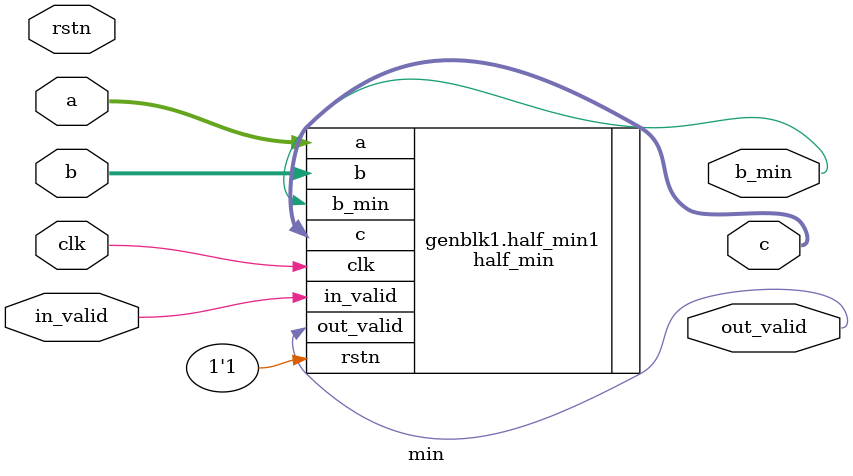
<source format=sv>
`timescale 1ns / 1ps


module min
#(parameter BITS = 16, PRECISION = "HALF")
(
input rstn,
input clk,
input in_valid,
input [BITS-1:0] a,
input [BITS-1:0] b,
output out_valid,
output b_min,
output reg [BITS-1:0] c
);

if (PRECISION == "HALF")
half_min half_min1
(
.rstn(1'b1),
.clk,
.in_valid,
.a(a),
.b(b),
.out_valid(out_valid),
.b_min(b_min),
.c(c)
);

if (PRECISION == "SINGLE")
single_min single_min1
(
.rstn(1'b1),
.clk,
.in_valid,
.a(a),
.b(b),
.out_valid(out_valid),
.b_min(b_min),
.c(c)
);
                  
endmodule
</source>
